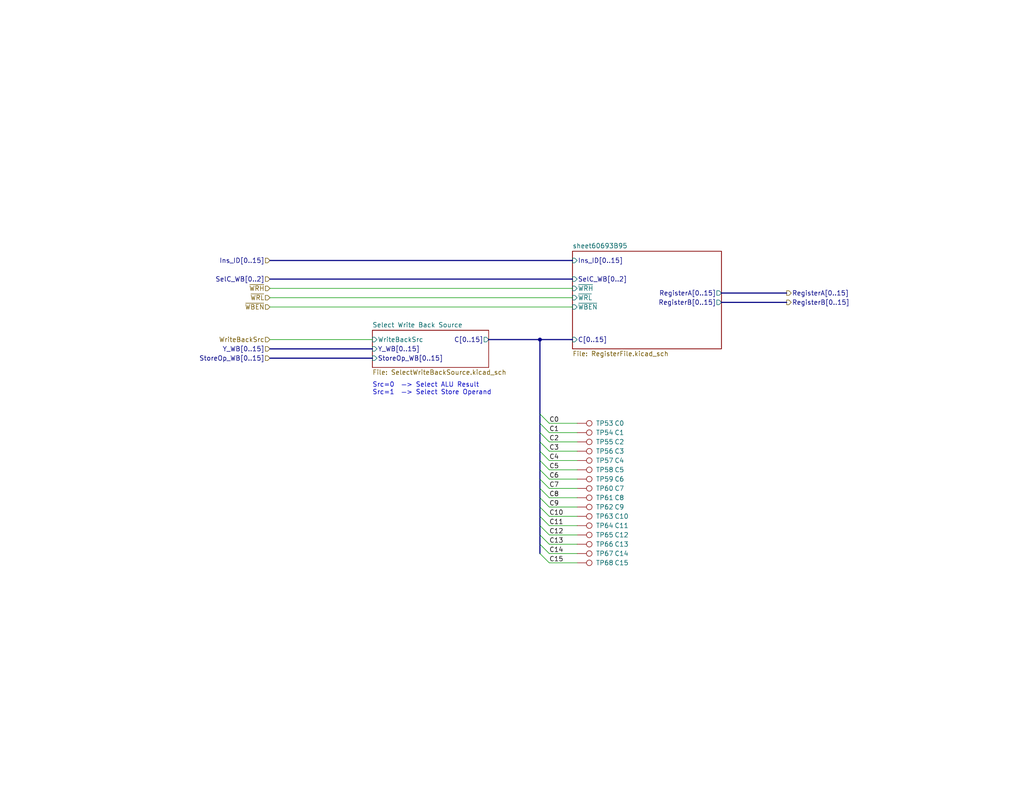
<source format=kicad_sch>
(kicad_sch (version 20230121) (generator eeschema)
  (paper "USLetter")
  (title_block (date "2022-09-25") (rev "C") (comment 4 "The Write Back Stage and Register File are combined on one PCB."))
  (lib_symbols
    (symbol "Connector:TestPoint" (pin_numbers hide) (pin_names (offset 0.762) hide)
      (property "Reference" "TP" (at 0 6.858 0))
      (property "Value" "TestPoint" (at 0 5.08 0))
      (symbol "TestPoint_0_1"
        (circle (center 0 3.302) (radius 0.762))
      )
      (symbol "TestPoint_1_1"
        (pin passive line (at 0 0 90) (length 2.54) (name "1") (number "1"))
      )
    )
  )
  (junction (at 147.32 92.71))
  (bus_entry (at 147.32 138.43) (size 2.54 2.54))
  (bus_entry (at 147.32 118.11) (size 2.54 2.54))
  (bus_entry (at 147.32 148.59) (size 2.54 2.54))
  (bus_entry (at 147.32 123.19) (size 2.54 2.54))
  (bus_entry (at 147.32 146.05) (size 2.54 2.54))
  (bus_entry (at 147.32 130.81) (size 2.54 2.54))
  (bus_entry (at 147.32 133.35) (size 2.54 2.54))
  (bus_entry (at 147.32 113.03) (size 2.54 2.54))
  (bus_entry (at 147.32 125.73) (size 2.54 2.54))
  (bus_entry (at 147.32 115.57) (size 2.54 2.54))
  (bus_entry (at 147.32 128.27) (size 2.54 2.54))
  (bus_entry (at 147.32 143.51) (size 2.54 2.54))
  (bus_entry (at 147.32 140.97) (size 2.54 2.54))
  (bus_entry (at 147.32 120.65) (size 2.54 2.54))
  (bus_entry (at 147.32 151.13) (size 2.54 2.54))
  (bus_entry (at 147.32 135.89) (size 2.54 2.54))
  (bus (pts (xy 73.66 97.79) (xy 101.6 97.79)))
  (bus (pts (xy 196.85 80.01) (xy 214.63 80.01)))
  (wire (pts (xy 149.86 125.73) (xy 157.48 125.73)))
  (bus (pts (xy 147.32 143.51) (xy 147.32 146.05)))
  (wire (pts (xy 149.86 128.27) (xy 157.48 128.27)))
  (bus (pts (xy 147.32 118.11) (xy 147.32 120.65)))
  (wire (pts (xy 149.86 123.19) (xy 157.48 123.19)))
  (wire (pts (xy 149.86 135.89) (xy 157.48 135.89)))
  (wire (pts (xy 149.86 146.05) (xy 157.48 146.05)))
  (bus (pts (xy 101.6 95.25) (xy 73.66 95.25)))
  (wire (pts (xy 149.86 151.13) (xy 157.48 151.13)))
  (bus (pts (xy 147.32 115.57) (xy 147.32 118.11)))
  (bus (pts (xy 147.32 146.05) (xy 147.32 148.59)))
  (wire (pts (xy 73.66 81.28) (xy 156.21 81.28)))
  (wire (pts (xy 149.86 133.35) (xy 157.48 133.35)))
  (bus (pts (xy 147.32 113.03) (xy 147.32 115.57)))
  (bus (pts (xy 147.32 135.89) (xy 147.32 138.43)))
  (bus (pts (xy 147.32 92.71) (xy 156.21 92.71)))
  (wire (pts (xy 149.86 118.11) (xy 157.48 118.11)))
  (bus (pts (xy 73.66 71.12) (xy 156.21 71.12)))
  (wire (pts (xy 149.86 130.81) (xy 157.48 130.81)))
  (bus (pts (xy 147.32 138.43) (xy 147.32 140.97)))
  (wire (pts (xy 149.86 120.65) (xy 157.48 120.65)))
  (bus (pts (xy 73.66 76.2) (xy 156.21 76.2)))
  (bus (pts (xy 147.32 133.35) (xy 147.32 135.89)))
  (bus (pts (xy 147.32 128.27) (xy 147.32 130.81)))
  (bus (pts (xy 147.32 130.81) (xy 147.32 133.35)))
  (wire (pts (xy 149.86 140.97) (xy 157.48 140.97)))
  (wire (pts (xy 149.86 153.67) (xy 157.48 153.67)))
  (bus (pts (xy 147.32 125.73) (xy 147.32 128.27)))
  (bus (pts (xy 147.32 123.19) (xy 147.32 125.73)))
  (wire (pts (xy 73.66 83.82) (xy 156.21 83.82)))
  (bus (pts (xy 147.32 120.65) (xy 147.32 123.19)))
  (wire (pts (xy 149.86 138.43) (xy 157.48 138.43)))
  (wire (pts (xy 149.86 115.57) (xy 157.48 115.57)))
  (bus (pts (xy 147.32 148.59) (xy 147.32 151.13)))
  (bus (pts (xy 147.32 140.97) (xy 147.32 143.51)))
  (bus (pts (xy 196.85 82.55) (xy 214.63 82.55)))
  (wire (pts (xy 73.66 92.71) (xy 101.6 92.71)))
  (wire (pts (xy 73.66 78.74) (xy 156.21 78.74)))
  (bus (pts (xy 133.35 92.71) (xy 147.32 92.71)))
  (wire (pts (xy 149.86 148.59) (xy 157.48 148.59)))
  (wire (pts (xy 149.86 143.51) (xy 157.48 143.51)))
  (bus (pts (xy 147.32 113.03) (xy 147.32 92.71)))
  (text "Src=0  —> Select ALU Result\nSrc=1  —> Select Store Operand" (at 101.6 107.95 0) (effects (font (size 1.27 1.27)) (justify left bottom)))
  (label "C14" (at 149.86 151.13 0))
  (label "C13" (at 149.86 148.59 0))
  (label "C12" (at 149.86 146.05 0))
  (label "C9" (at 149.86 138.43 0))
  (label "C1" (at 149.86 118.11 0))
  (label "C4" (at 149.86 125.73 0))
  (label "C3" (at 149.86 123.19 0))
  (label "C0" (at 149.86 115.57 0))
  (label "C5" (at 149.86 128.27 0))
  (label "C10" (at 149.86 140.97 0))
  (label "C7" (at 149.86 133.35 0))
  (label "C15" (at 149.86 153.67 0))
  (label "C11" (at 149.86 143.51 0))
  (label "C6" (at 149.86 130.81 0))
  (label "C8" (at 149.86 135.89 0))
  (label "C2" (at 149.86 120.65 0))
  (hierarchical_label "RegisterA[0..15]" (shape output) (at 214.63 80.01 0))
  (hierarchical_label "~{WRH}" (shape input) (at 73.66 78.74 180))
  (hierarchical_label "StoreOp_WB[0..15]" (shape input) (at 73.66 97.79 180))
  (hierarchical_label "SelC_WB[0..2]" (shape input) (at 73.66 76.2 180))
  (hierarchical_label "Y_WB[0..15]" (shape input) (at 73.66 95.25 180))
  (hierarchical_label "WriteBackSrc" (shape input) (at 73.66 92.71 180))
  (hierarchical_label "~{WRL}" (shape input) (at 73.66 81.28 180))
  (hierarchical_label "Ins_ID[0..15]" (shape input) (at 73.66 71.12 180))
  (hierarchical_label "~{WBEN}" (shape input) (at 73.66 83.82 180))
  (hierarchical_label "RegisterB[0..15]" (shape output) (at 214.63 82.55 0))
  (symbol (lib_id "Connector:TestPoint") (at 157.48 153.67 270) (unit 1)
    (property "Reference" "TP68" (at 162.56 153.67 90) (effects (justify left)))
    (property "Value" "C15" (at 167.64 153.67 90) (effects (justify left)))
    (property "Footprint" "TestPoint:TestPoint_Pad_D1.0mm" (effects hide))
  )
  (symbol (lib_id "Connector:TestPoint") (at 157.48 138.43 270) (unit 1)
    (property "Reference" "TP62" (at 162.56 138.43 90) (effects (justify left)))
    (property "Value" "C9" (at 167.64 138.43 90) (effects (justify left)))
    (property "Footprint" "TestPoint:TestPoint_Pad_D1.0mm" (effects hide))
  )
  (symbol (lib_id "Connector:TestPoint") (at 157.48 125.73 270) (unit 1)
    (property "Reference" "TP57" (at 162.56 125.73 90) (effects (justify left)))
    (property "Value" "C4" (at 167.64 125.73 90) (effects (justify left)))
    (property "Footprint" "TestPoint:TestPoint_Pad_D1.0mm" (effects hide))
  )
  (symbol (lib_id "Connector:TestPoint") (at 157.48 123.19 270) (unit 1)
    (property "Reference" "TP56" (at 162.56 123.19 90) (effects (justify left)))
    (property "Value" "C3" (at 167.64 123.19 90) (effects (justify left)))
    (property "Footprint" "TestPoint:TestPoint_Pad_D1.0mm" (effects hide))
  )
  (symbol (lib_id "Connector:TestPoint") (at 157.48 120.65 270) (unit 1)
    (property "Reference" "TP55" (at 162.56 120.65 90) (effects (justify left)))
    (property "Value" "C2" (at 167.64 120.65 90) (effects (justify left)))
    (property "Footprint" "TestPoint:TestPoint_Pad_D1.0mm" (effects hide))
  )
  (symbol (lib_id "Connector:TestPoint") (at 157.48 128.27 270) (unit 1)
    (property "Reference" "TP58" (at 162.56 128.27 90) (effects (justify left)))
    (property "Value" "C5" (at 167.64 128.27 90) (effects (justify left)))
    (property "Footprint" "TestPoint:TestPoint_Pad_D1.0mm" (effects hide))
  )
  (symbol (lib_id "Connector:TestPoint") (at 157.48 148.59 270) (unit 1)
    (property "Reference" "TP66" (at 162.56 148.59 90) (effects (justify left)))
    (property "Value" "C13" (at 167.64 148.59 90) (effects (justify left)))
    (property "Footprint" "TestPoint:TestPoint_Pad_D1.0mm" (effects hide))
  )
  (symbol (lib_id "Connector:TestPoint") (at 157.48 118.11 270) (unit 1)
    (property "Reference" "TP54" (at 162.56 118.11 90) (effects (justify left)))
    (property "Value" "C1" (at 167.64 118.11 90) (effects (justify left)))
    (property "Footprint" "TestPoint:TestPoint_Pad_D1.0mm" (effects hide))
  )
  (symbol (lib_id "Connector:TestPoint") (at 157.48 143.51 270) (unit 1)
    (property "Reference" "TP64" (at 162.56 143.51 90) (effects (justify left)))
    (property "Value" "C11" (at 167.64 143.51 90) (effects (justify left)))
    (property "Footprint" "TestPoint:TestPoint_Pad_D1.0mm" (effects hide))
  )
  (symbol (lib_id "Connector:TestPoint") (at 157.48 135.89 270) (unit 1)
    (property "Reference" "TP61" (at 162.56 135.89 90) (effects (justify left)))
    (property "Value" "C8" (at 167.64 135.89 90) (effects (justify left)))
    (property "Footprint" "TestPoint:TestPoint_Pad_D1.0mm" (effects hide))
  )
  (symbol (lib_id "Connector:TestPoint") (at 157.48 146.05 270) (unit 1)
    (property "Reference" "TP65" (at 162.56 146.05 90) (effects (justify left)))
    (property "Value" "C12" (at 167.64 146.05 90) (effects (justify left)))
    (property "Footprint" "TestPoint:TestPoint_Pad_D1.0mm" (effects hide))
  )
  (symbol (lib_id "Connector:TestPoint") (at 157.48 140.97 270) (unit 1)
    (property "Reference" "TP63" (at 162.56 140.97 90) (effects (justify left)))
    (property "Value" "C10" (at 167.64 140.97 90) (effects (justify left)))
    (property "Footprint" "TestPoint:TestPoint_Pad_D1.0mm" (effects hide))
  )
  (symbol (lib_id "Connector:TestPoint") (at 157.48 130.81 270) (unit 1)
    (property "Reference" "TP59" (at 162.56 130.81 90) (effects (justify left)))
    (property "Value" "C6" (at 167.64 130.81 90) (effects (justify left)))
    (property "Footprint" "TestPoint:TestPoint_Pad_D1.0mm" (effects hide))
  )
  (symbol (lib_id "Connector:TestPoint") (at 157.48 115.57 270) (unit 1)
    (property "Reference" "TP53" (at 162.56 115.57 90) (effects (justify left)))
    (property "Value" "C0" (at 167.64 115.57 90) (effects (justify left)))
    (property "Footprint" "TestPoint:TestPoint_Pad_D1.0mm" (effects hide))
  )
  (symbol (lib_id "Connector:TestPoint") (at 157.48 151.13 270) (unit 1)
    (property "Reference" "TP67" (at 162.56 151.13 90) (effects (justify left)))
    (property "Value" "C14" (at 167.64 151.13 90) (effects (justify left)))
    (property "Footprint" "TestPoint:TestPoint_Pad_D1.0mm" (effects hide))
  )
  (symbol (lib_id "Connector:TestPoint") (at 157.48 133.35 270) (unit 1)
    (property "Reference" "TP60" (at 162.56 133.35 90) (effects (justify left)))
    (property "Value" "C7" (at 167.64 133.35 90) (effects (justify left)))
    (property "Footprint" "TestPoint:TestPoint_Pad_D1.0mm" (effects hide))
  )
  (sheet (at 101.6 90.17) (size 31.75 10.16)
    (property "Sheetname" "Select Write Back Source" (at 101.6 89.4584 0) (effects (justify left bottom)))
    (property "Sheetfile" "SelectWriteBackSource.kicad_sch" (at 101.6 100.9146 0) (effects (justify left top)))
    (pin "C[0..15]" output (at 133.35 92.71 0))
    (pin "StoreOp_WB[0..15]" input (at 101.6 97.79 180))
    (pin "Y_WB[0..15]" input (at 101.6 95.25 180))
    (pin "WriteBackSrc" input (at 101.6 92.71 180))
  )
  (sheet (at 156.21 68.58) (size 40.64 26.67)
    (property "Sheetname" "sheet60693B95" (at 156.21 67.8684 0) (effects (justify left bottom)))
    (property "Sheetfile" "RegisterFile.kicad_sch" (at 156.21 95.8346 0) (effects (justify left top)))
    (pin "~{WRH}" input (at 156.21 78.74 180))
    (pin "~{WRL}" input (at 156.21 81.28 180))
    (pin "C[0..15]" input (at 156.21 92.71 180))
    (pin "SelC_WB[0..2]" input (at 156.21 76.2 180))
    (pin "RegisterB[0..15]" output (at 196.85 82.55 0))
    (pin "RegisterA[0..15]" output (at 196.85 80.01 0))
    (pin "~{WBEN}" input (at 156.21 83.82 180))
    (pin "Ins_ID[0..15]" input (at 156.21 71.12 180))
  )
)
</source>
